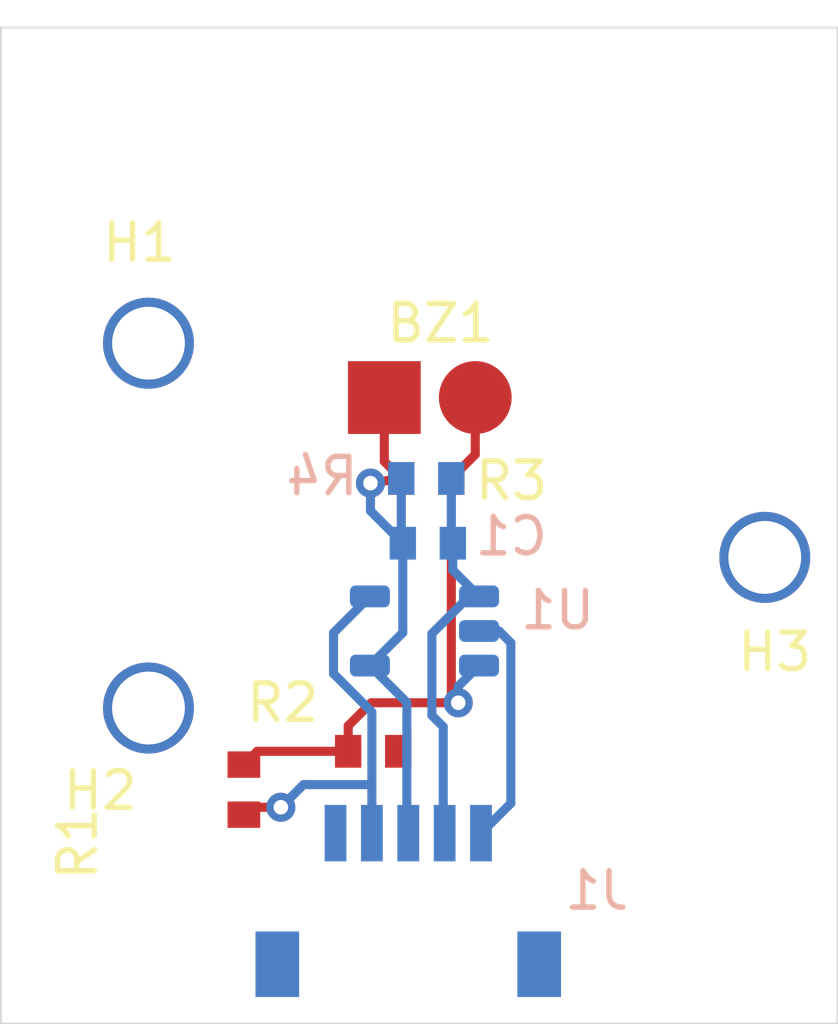
<source format=kicad_pcb>
(kicad_pcb (version 20171130) (host pcbnew 5.1.10)

  (general
    (thickness 1.6)
    (drawings 4)
    (tracks 53)
    (zones 0)
    (modules 11)
    (nets 8)
  )

  (page A4)
  (layers
    (0 F.Cu signal)
    (31 B.Cu signal)
    (32 B.Adhes user)
    (33 F.Adhes user)
    (34 B.Paste user)
    (35 F.Paste user)
    (36 B.SilkS user)
    (37 F.SilkS user)
    (38 B.Mask user)
    (39 F.Mask user hide)
    (40 Dwgs.User user)
    (41 Cmts.User user)
    (42 Eco1.User user)
    (43 Eco2.User user)
    (44 Edge.Cuts user)
    (45 Margin user hide)
    (46 B.CrtYd user)
    (47 F.CrtYd user)
    (48 B.Fab user hide)
    (49 F.Fab user hide)
  )

  (setup
    (last_trace_width 0.25)
    (trace_clearance 0.2)
    (zone_clearance 0.508)
    (zone_45_only no)
    (trace_min 0.2)
    (via_size 0.8)
    (via_drill 0.4)
    (via_min_size 0.4)
    (via_min_drill 0.3)
    (uvia_size 0.3)
    (uvia_drill 0.1)
    (uvias_allowed no)
    (uvia_min_size 0.2)
    (uvia_min_drill 0.1)
    (edge_width 0.05)
    (segment_width 0.2)
    (pcb_text_width 0.3)
    (pcb_text_size 1.5 1.5)
    (mod_edge_width 0.12)
    (mod_text_size 1 1)
    (mod_text_width 0.15)
    (pad_size 2.5 2.5)
    (pad_drill 2)
    (pad_to_mask_clearance 0)
    (aux_axis_origin 0 0)
    (visible_elements FFFFFF7F)
    (pcbplotparams
      (layerselection 0x010fc_ffffffff)
      (usegerberextensions false)
      (usegerberattributes true)
      (usegerberadvancedattributes true)
      (creategerberjobfile true)
      (excludeedgelayer true)
      (linewidth 0.100000)
      (plotframeref false)
      (viasonmask false)
      (mode 1)
      (useauxorigin false)
      (hpglpennumber 1)
      (hpglpenspeed 20)
      (hpglpendiameter 15.000000)
      (psnegative false)
      (psa4output false)
      (plotreference true)
      (plotvalue true)
      (plotinvisibletext false)
      (padsonsilk false)
      (subtractmaskfromsilk false)
      (outputformat 1)
      (mirror false)
      (drillshape 0)
      (scaleselection 1)
      (outputdirectory "grbl_output/"))
  )

  (net 0 "")
  (net 1 VGND)
  (net 2 UNAMP)
  (net 3 AMP)
  (net 4 "Net-(J1-Pad5)")
  (net 5 +3V3)
  (net 6 GND)
  (net 7 "Net-(J1-Pad6)")

  (net_class Default "This is the default net class."
    (clearance 0.2)
    (trace_width 0.25)
    (via_dia 0.8)
    (via_drill 0.4)
    (uvia_dia 0.3)
    (uvia_drill 0.1)
    (add_net +3V3)
    (add_net AMP)
    (add_net GND)
    (add_net "Net-(J1-Pad5)")
    (add_net "Net-(J1-Pad6)")
    (add_net UNAMP)
    (add_net VGND)
  )

  (module exocam_charge_amp:jstsh5x1 (layer B.Cu) (tedit 60F60510) (tstamp 60F60FF3)
    (at 54.9656 95.6564 180)
    (path /60F6C4B2)
    (fp_text reference J1 (at -5.9944 -4.1148) (layer B.SilkS)
      (effects (font (size 1 1) (thickness 0.15)) (justify mirror))
    )
    (fp_text value jstsh5x1 (at 0 0.5) (layer B.Fab)
      (effects (font (size 1 1) (thickness 0.15)) (justify mirror))
    )
    (fp_line (start -4.805 -6.84) (end 3.185 -6.84) (layer Dwgs.User) (width 0.12))
    (fp_line (start -4.805 -6.84) (end -4.805 -3) (layer Dwgs.User) (width 0.12))
    (fp_line (start 3.185 -3) (end -4.805 -3) (layer Dwgs.User) (width 0.12))
    (fp_line (start 3.185 -3) (end 3.185 -6.84) (layer Dwgs.User) (width 0.12))
    (pad 5 smd rect (at 1.19 -2.54 180) (size 0.6 1.55) (layers B.Cu B.Paste B.Mask)
      (net 4 "Net-(J1-Pad5)"))
    (pad 6 smd rect (at -4.41 -6.14 180) (size 1.2 1.8) (layers B.Cu B.Paste B.Mask)
      (net 7 "Net-(J1-Pad6)"))
    (pad 6 smd rect (at 2.79 -6.14 180) (size 1.2 1.8) (layers B.Cu B.Paste B.Mask)
      (net 7 "Net-(J1-Pad6)"))
    (pad 4 smd rect (at 0.19 -2.54 180) (size 0.6 1.55) (layers B.Cu B.Paste B.Mask)
      (net 5 +3V3))
    (pad 3 smd rect (at -0.81 -2.54 180) (size 0.6 1.55) (layers B.Cu B.Paste B.Mask)
      (net 2 UNAMP))
    (pad 2 smd rect (at -1.81 -2.54 180) (size 0.6 1.55) (layers B.Cu B.Paste B.Mask)
      (net 3 AMP))
    (pad 1 smd rect (at -2.81 -2.54 180) (size 0.6 1.55) (layers B.Cu B.Paste B.Mask)
      (net 6 GND))
  )

  (module exocam_charge_amp:TLV2271DBV (layer B.Cu) (tedit 60AC35F4) (tstamp 60E61262)
    (at 56.4515 89.154 180)
    (path /60E64BFF)
    (fp_text reference U1 (at -3.429 -2.921) (layer B.SilkS)
      (effects (font (size 1 1) (thickness 0.15)) (justify mirror))
    )
    (fp_text value TLV2771CDBVT (at -22.606 -15.494) (layer B.Fab)
      (effects (font (size 1 1) (thickness 0.15)) (justify mirror))
    )
    (pad 4 smd roundrect (at 1.73 -4.44 180) (size 1.1 0.6) (layers B.Cu B.Paste B.Mask) (roundrect_rratio 0.25)
      (net 2 UNAMP))
    (pad 3 smd roundrect (at -1.27 -4.44 180) (size 1.1 0.6) (layers B.Cu B.Paste B.Mask) (roundrect_rratio 0.25)
      (net 1 VGND))
    (pad 2 smd roundrect (at -1.27 -3.49 180) (size 1.1 0.6) (layers B.Cu B.Paste B.Mask) (roundrect_rratio 0.25)
      (net 6 GND))
    (pad 5 smd roundrect (at 1.73 -2.54 180) (size 1.1 0.6) (layers B.Cu B.Paste B.Mask) (roundrect_rratio 0.25)
      (net 5 +3V3))
    (pad 1 smd roundrect (at -1.27 -2.54 180) (size 1.1 0.6) (layers B.Cu B.Paste B.Mask) (roundrect_rratio 0.25)
      (net 3 AMP))
  )

  (module exocam_charge_amp:0603_R (layer B.Cu) (tedit 60AC3F9B) (tstamp 60E61259)
    (at 56.896 92.7735)
    (path /60E6DE99)
    (fp_text reference R4 (at -3.4925 -4.3815) (layer B.SilkS)
      (effects (font (size 1 1) (thickness 0.15)) (justify mirror))
    )
    (fp_text value 1M (at 0 0.5) (layer B.Fab)
      (effects (font (size 1 1) (thickness 0.15)) (justify mirror))
    )
    (pad 2 smd rect (at 0.105 -2.54) (size 0.725 0.9) (layers B.Cu B.Paste B.Mask)
      (net 3 AMP))
    (pad 1 smd rect (at -1.27 -2.54) (size 0.725 0.9) (layers B.Cu B.Paste B.Mask)
      (net 2 UNAMP))
  )

  (module exocam_charge_amp:0603_R (layer F.Cu) (tedit 60AC3F9B) (tstamp 60E61253)
    (at 55.6895 90.9955 180)
    (path /60E69D26)
    (fp_text reference R3 (at -2.921 2.4765) (layer F.SilkS)
      (effects (font (size 1 1) (thickness 0.15)))
    )
    (fp_text value 1M (at 0 -0.5) (layer F.Fab)
      (effects (font (size 1 1) (thickness 0.15)))
    )
    (pad 2 smd rect (at 0.105 2.54 180) (size 0.725 0.9) (layers F.Cu F.Paste F.Mask)
      (net 2 UNAMP))
    (pad 1 smd rect (at -1.27 2.54 180) (size 0.725 0.9) (layers F.Cu F.Paste F.Mask)
      (net 1 VGND))
  )

  (module exocam_charge_amp:0603_R (layer F.Cu) (tedit 60AC3F9B) (tstamp 60E6124D)
    (at 55.394 93.4085)
    (path /60E630FE)
    (fp_text reference R2 (at -3.07 1.2065) (layer F.SilkS)
      (effects (font (size 1 1) (thickness 0.15)))
    )
    (fp_text value 1k (at 0 -0.5) (layer F.Fab)
      (effects (font (size 1 1) (thickness 0.15)))
    )
    (pad 2 smd rect (at 0.105 2.54) (size 0.725 0.9) (layers F.Cu F.Paste F.Mask)
      (net 6 GND))
    (pad 1 smd rect (at -1.27 2.54) (size 0.725 0.9) (layers F.Cu F.Paste F.Mask)
      (net 1 VGND))
  )

  (module exocam_charge_amp:0603_R (layer F.Cu) (tedit 60AC3F9B) (tstamp 60E61247)
    (at 48.7172 96.4184 90)
    (path /60E62D00)
    (fp_text reference R1 (at -2.0701 -2.032 270) (layer F.SilkS)
      (effects (font (size 1 1) (thickness 0.15)))
    )
    (fp_text value 1k (at 0 -0.5 270) (layer F.Fab)
      (effects (font (size 1 1) (thickness 0.15)))
    )
    (pad 2 smd rect (at 0.105 2.54 90) (size 0.725 0.9) (layers F.Cu F.Paste F.Mask)
      (net 1 VGND))
    (pad 1 smd rect (at -1.27 2.54 90) (size 0.725 0.9) (layers F.Cu F.Paste F.Mask)
      (net 5 +3V3))
  )

  (module exocam_charge_amp:0603_R (layer B.Cu) (tedit 60AC3F9B) (tstamp 60E6121B)
    (at 56.8545 90.9955)
    (path /60E6D3AF)
    (fp_text reference C1 (at 1.756 -0.9525) (layer B.SilkS)
      (effects (font (size 1 1) (thickness 0.15)) (justify mirror))
    )
    (fp_text value 5pF (at 0 0.5) (layer B.Fab)
      (effects (font (size 1 1) (thickness 0.15)) (justify mirror))
    )
    (pad 2 smd rect (at 0.105 -2.54) (size 0.725 0.9) (layers B.Cu B.Paste B.Mask)
      (net 3 AMP))
    (pad 1 smd rect (at -1.27 -2.54) (size 0.725 0.9) (layers B.Cu B.Paste B.Mask)
      (net 2 UNAMP))
  )

  (module exocam_charge_amp:piezo_buzzer_alt (layer F.Cu) (tedit 60DF5EBD) (tstamp 60E61215)
    (at 56.658 83.693)
    (path /60E69567)
    (fp_text reference BZ1 (at 0 0.5) (layer F.SilkS)
      (effects (font (size 1 1) (thickness 0.15)))
    )
    (fp_text value Buzzer (at 0 -0.5) (layer F.Fab)
      (effects (font (size 1 1) (thickness 0.15)))
    )
    (pad 2 smd circle (at 0.96 2.54) (size 2 2) (layers F.Cu F.Paste F.Mask)
      (net 1 VGND))
    (pad 1 smd rect (at -1.54 2.54) (size 2 2) (layers F.Cu F.Paste F.Mask)
      (net 2 UNAMP))
  )

  (module exocam_charge_amp:mount_hole_2.5mm (layer F.Cu) (tedit 60E60974) (tstamp 60E60737)
    (at 60.1815 91.44)
    (path /60E618E1)
    (fp_text reference H3 (at 5.668 1.778) (layer F.SilkS)
      (effects (font (size 1 1) (thickness 0.15)))
    )
    (fp_text value MountingHole (at 0 -0.5) (layer F.Fab)
      (effects (font (size 1 1) (thickness 0.15)))
    )
    (pad 1 thru_hole circle (at 5.3955 -0.817) (size 2.5 2.5) (drill 2) (layers *.Cu *.Mask))
  )

  (module exocam_charge_amp:mount_hole_2.5mm (layer F.Cu) (tedit 60E60903) (tstamp 60E60732)
    (at 48.7045 94.9325)
    (path /60E61689)
    (fp_text reference H2 (at -1.397 2.0955) (layer F.SilkS)
      (effects (font (size 1 1) (thickness 0.15)))
    )
    (fp_text value MountingHole (at 0 -0.5) (layer F.Fab)
      (effects (font (size 1 1) (thickness 0.15)))
    )
    (pad 1 thru_hole circle (at -0.0705 -0.1725) (size 2.5 2.5) (drill 2) (layers *.Cu *.Mask))
  )

  (module exocam_charge_amp:mount_hole_2.5mm (layer F.Cu) (tedit 60E608F3) (tstamp 60E6072D)
    (at 48.641 75.565)
    (path /60E60FB2)
    (fp_text reference H1 (at -0.254 6.4135) (layer F.SilkS)
      (effects (font (size 1 1) (thickness 0.15)))
    )
    (fp_text value MountingHole (at 0 -0.5) (layer F.Fab)
      (effects (font (size 1 1) (thickness 0.15)))
    )
    (pad 1 thru_hole circle (at -0.007 9.175) (size 2.5 2.5) (drill 2) (layers *.Cu *.Mask))
  )

  (gr_line (start 67.577 76.073) (end 67.577 103.427) (layer Edge.Cuts) (width 0.05) (tstamp 60E608A5))
  (gr_line (start 44.577 103.427) (end 67.577 103.427) (layer Edge.Cuts) (width 0.05))
  (gr_line (start 44.577 76.073) (end 67.577 76.073) (layer Edge.Cuts) (width 0.05))
  (gr_line (start 44.577 76.073) (end 44.577 103.427) (layer Edge.Cuts) (width 0.05))

  (segment (start 54.124 95.2485) (end 54.7575 94.615) (width 0.25) (layer F.Cu) (net 1))
  (segment (start 54.124 95.9485) (end 54.124 95.2485) (width 0.25) (layer F.Cu) (net 1))
  (segment (start 54.7575 94.615) (end 57.15 94.615) (width 0.25) (layer F.Cu) (net 1))
  (segment (start 57.15 94.615) (end 57.15 94.615) (width 0.25) (layer F.Cu) (net 1) (tstamp 60E6153E))
  (via (at 57.15 94.615) (size 0.8) (drill 0.4) (layers F.Cu B.Cu) (net 1))
  (segment (start 57.15 94.1655) (end 57.7215 93.594) (width 0.25) (layer B.Cu) (net 1))
  (segment (start 57.15 94.615) (end 57.15 94.1655) (width 0.25) (layer B.Cu) (net 1))
  (segment (start 57.618 87.797) (end 56.9595 88.4555) (width 0.25) (layer F.Cu) (net 1))
  (segment (start 57.618 86.233) (end 57.618 87.797) (width 0.25) (layer F.Cu) (net 1))
  (segment (start 56.9595 94.4245) (end 57.15 94.615) (width 0.25) (layer F.Cu) (net 1))
  (segment (start 56.9595 88.4555) (end 56.9595 94.4245) (width 0.25) (layer F.Cu) (net 1))
  (segment (start 51.6221 95.9485) (end 51.2572 96.3134) (width 0.25) (layer F.Cu) (net 1))
  (segment (start 54.124 95.9485) (end 51.6221 95.9485) (width 0.25) (layer F.Cu) (net 1))
  (segment (start 55.5845 90.192) (end 55.626 90.2335) (width 0.25) (layer B.Cu) (net 2))
  (segment (start 55.5845 88.4555) (end 55.5845 90.192) (width 0.25) (layer B.Cu) (net 2))
  (segment (start 55.626 92.6895) (end 54.7215 93.594) (width 0.25) (layer B.Cu) (net 2))
  (segment (start 55.626 90.2335) (end 55.626 92.6895) (width 0.25) (layer B.Cu) (net 2))
  (segment (start 55.7375 94.61) (end 54.7215 93.594) (width 0.25) (layer B.Cu) (net 2))
  (segment (start 55.118 87.989) (end 55.5845 88.4555) (width 0.25) (layer F.Cu) (net 2))
  (segment (start 55.118 86.233) (end 55.118 87.989) (width 0.25) (layer F.Cu) (net 2))
  (segment (start 55.5845 88.4555) (end 54.737 88.5825) (width 0.25) (layer F.Cu) (net 2))
  (segment (start 54.737 88.5825) (end 54.864 88.4555) (width 0.25) (layer F.Cu) (net 2) (tstamp 60E615B8))
  (via (at 54.737 88.5825) (size 0.8) (drill 0.4) (layers F.Cu B.Cu) (net 2))
  (segment (start 54.737 89.3445) (end 55.626 90.2335) (width 0.25) (layer B.Cu) (net 2))
  (segment (start 54.737 88.5825) (end 54.737 89.3445) (width 0.25) (layer B.Cu) (net 2))
  (segment (start 55.7375 98.1583) (end 55.7756 98.1964) (width 0.25) (layer B.Cu) (net 2))
  (segment (start 55.7375 94.61) (end 55.7375 98.1583) (width 0.25) (layer B.Cu) (net 2))
  (segment (start 56.9595 90.192) (end 57.001 90.2335) (width 0.25) (layer B.Cu) (net 3))
  (segment (start 56.9595 88.4555) (end 56.9595 90.192) (width 0.25) (layer B.Cu) (net 3))
  (segment (start 57.001 90.9735) (end 57.7215 91.694) (width 0.25) (layer B.Cu) (net 3))
  (segment (start 57.001 90.2335) (end 57.001 90.9735) (width 0.25) (layer B.Cu) (net 3))
  (segment (start 56.424999 92.718733) (end 57.449732 91.694) (width 0.25) (layer B.Cu) (net 3))
  (segment (start 57.449732 91.694) (end 57.7215 91.694) (width 0.25) (layer B.Cu) (net 3))
  (segment (start 56.424999 94.963001) (end 56.424999 92.718733) (width 0.25) (layer B.Cu) (net 3))
  (segment (start 56.7375 95.275502) (end 56.424999 94.963001) (width 0.25) (layer B.Cu) (net 3))
  (segment (start 56.7375 98.1583) (end 56.7756 98.1964) (width 0.25) (layer B.Cu) (net 3))
  (segment (start 56.7375 95.275502) (end 56.7375 98.1583) (width 0.25) (layer B.Cu) (net 3))
  (segment (start 53.721 92.6945) (end 54.7215 91.694) (width 0.25) (layer B.Cu) (net 5))
  (segment (start 53.721 93.815268) (end 53.721 92.6945) (width 0.25) (layer B.Cu) (net 5))
  (segment (start 54.7756 94.869868) (end 53.721 93.815268) (width 0.25) (layer B.Cu) (net 5))
  (segment (start 54.7756 96.8624) (end 53.0992 96.8624) (width 0.25) (layer B.Cu) (net 5))
  (segment (start 54.7756 98.1964) (end 54.7756 96.8624) (width 0.25) (layer B.Cu) (net 5))
  (segment (start 54.7756 96.8624) (end 54.7756 94.869868) (width 0.25) (layer B.Cu) (net 5))
  (segment (start 53.0992 96.8624) (end 52.896 96.8624) (width 0.25) (layer B.Cu) (net 5))
  (segment (start 52.896 96.8624) (end 52.2732 97.4852) (width 0.25) (layer B.Cu) (net 5))
  (segment (start 52.2732 97.4852) (end 52.2732 97.4852) (width 0.25) (layer B.Cu) (net 5) (tstamp 60F610F4))
  (via (at 52.2732 97.4852) (size 0.8) (drill 0.4) (layers F.Cu B.Cu) (net 5))
  (segment (start 51.4604 97.4852) (end 51.2572 97.6884) (width 0.25) (layer F.Cu) (net 5))
  (segment (start 52.2732 97.4852) (end 51.4604 97.4852) (width 0.25) (layer F.Cu) (net 5))
  (segment (start 58.2715 92.644) (end 57.7215 92.644) (width 0.25) (layer B.Cu) (net 6))
  (segment (start 58.59651 92.96901) (end 58.2715 92.644) (width 0.25) (layer B.Cu) (net 6))
  (segment (start 58.59651 97.37549) (end 57.7756 98.1964) (width 0.25) (layer B.Cu) (net 6))
  (segment (start 58.59651 92.96901) (end 58.59651 97.37549) (width 0.25) (layer B.Cu) (net 6))

)

</source>
